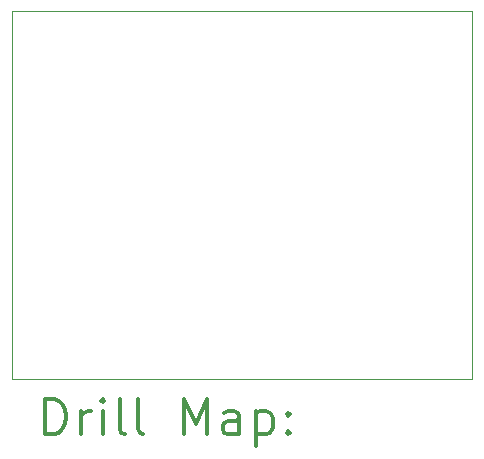
<source format=gbr>
%FSLAX45Y45*%
G04 Gerber Fmt 4.5, Leading zero omitted, Abs format (unit mm)*
G04 Created by KiCad (PCBNEW (5.1.6)-1) date 2022-03-29 00:21:54*
%MOMM*%
%LPD*%
G01*
G04 APERTURE LIST*
%TA.AperFunction,Profile*%
%ADD10C,0.050000*%
%TD*%
%ADD11C,0.200000*%
%ADD12C,0.300000*%
G04 APERTURE END LIST*
D10*
X12000000Y-11120000D02*
X12000000Y-8000000D01*
X15900000Y-11120000D02*
X12000000Y-11120000D01*
X15900000Y-8000000D02*
X15900000Y-11120000D01*
X12000000Y-8000000D02*
X15900000Y-8000000D01*
D11*
D12*
X12283928Y-11588214D02*
X12283928Y-11288214D01*
X12355357Y-11288214D01*
X12398214Y-11302500D01*
X12426786Y-11331071D01*
X12441071Y-11359643D01*
X12455357Y-11416786D01*
X12455357Y-11459643D01*
X12441071Y-11516786D01*
X12426786Y-11545357D01*
X12398214Y-11573929D01*
X12355357Y-11588214D01*
X12283928Y-11588214D01*
X12583928Y-11588214D02*
X12583928Y-11388214D01*
X12583928Y-11445357D02*
X12598214Y-11416786D01*
X12612500Y-11402500D01*
X12641071Y-11388214D01*
X12669643Y-11388214D01*
X12769643Y-11588214D02*
X12769643Y-11388214D01*
X12769643Y-11288214D02*
X12755357Y-11302500D01*
X12769643Y-11316786D01*
X12783928Y-11302500D01*
X12769643Y-11288214D01*
X12769643Y-11316786D01*
X12955357Y-11588214D02*
X12926786Y-11573929D01*
X12912500Y-11545357D01*
X12912500Y-11288214D01*
X13112500Y-11588214D02*
X13083928Y-11573929D01*
X13069643Y-11545357D01*
X13069643Y-11288214D01*
X13455357Y-11588214D02*
X13455357Y-11288214D01*
X13555357Y-11502500D01*
X13655357Y-11288214D01*
X13655357Y-11588214D01*
X13926786Y-11588214D02*
X13926786Y-11431071D01*
X13912500Y-11402500D01*
X13883928Y-11388214D01*
X13826786Y-11388214D01*
X13798214Y-11402500D01*
X13926786Y-11573929D02*
X13898214Y-11588214D01*
X13826786Y-11588214D01*
X13798214Y-11573929D01*
X13783928Y-11545357D01*
X13783928Y-11516786D01*
X13798214Y-11488214D01*
X13826786Y-11473929D01*
X13898214Y-11473929D01*
X13926786Y-11459643D01*
X14069643Y-11388214D02*
X14069643Y-11688214D01*
X14069643Y-11402500D02*
X14098214Y-11388214D01*
X14155357Y-11388214D01*
X14183928Y-11402500D01*
X14198214Y-11416786D01*
X14212500Y-11445357D01*
X14212500Y-11531071D01*
X14198214Y-11559643D01*
X14183928Y-11573929D01*
X14155357Y-11588214D01*
X14098214Y-11588214D01*
X14069643Y-11573929D01*
X14341071Y-11559643D02*
X14355357Y-11573929D01*
X14341071Y-11588214D01*
X14326786Y-11573929D01*
X14341071Y-11559643D01*
X14341071Y-11588214D01*
X14341071Y-11402500D02*
X14355357Y-11416786D01*
X14341071Y-11431071D01*
X14326786Y-11416786D01*
X14341071Y-11402500D01*
X14341071Y-11431071D01*
M02*

</source>
